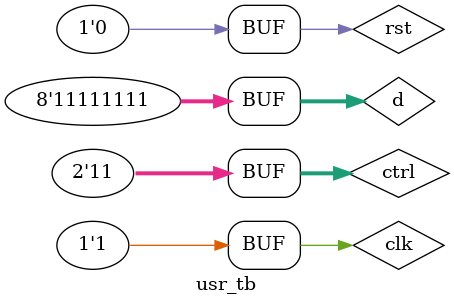
<source format=v>


module usr_tb;

  // Parameters
  parameter N = 8;

  // Signals
  reg clk;
  reg rst;
  reg [1:0] ctrl;
  reg [N-1:0] d;
  wire [N-1:0] q;

  // Instantiate the Universal Shift Register module
  usr #(N) u1 (
    .clk(clk),
    .rst(rst),
    .ctrl(ctrl),
    .d(d),
    .q(q)
  );

  // Clock generation
  always begin
  #10  clk = 0;
  #10 clk = ~clk;
  end

//always #2   ctrl <= $random;

  // Initialize signals
  initial begin

   #10 rst = 1;
	#10 rst = 0;
  
    d = 8'b11111111;

    // Apply reset
    rst = 1;
    #10 rst = 0;

    // Perform some shift operations
    ctrl = 2'b01; // Right shift
    //d = 8'b11011011;
    #10;

    ctrl = 2'b10; // Left shift
    #10;

    ctrl = 2'b11; // Load from input
    //d = 8'b10101010;
    #10;

    // Add more test cases as needed

     // Finish the simulation
  end


endmodule









</source>
